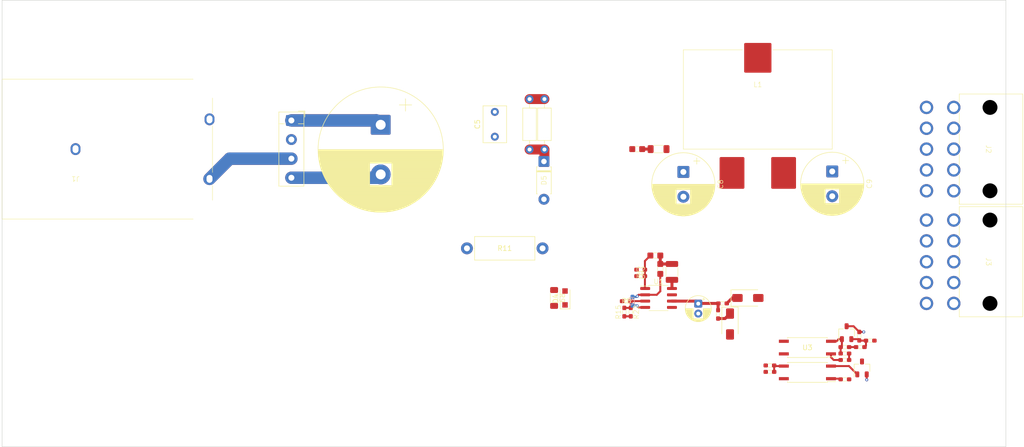
<source format=kicad_pcb>
(kicad_pcb (version 20211014) (generator pcbnew)
  (layers (0 "F.Cu" signal) (1 "In1.Cu" signal) (2 "In2.Cu" signal) (31 "B.Cu" signal) (34 "B.Paste" user) (35 "F.Paste" user) (36 "B.SilkS" user "B.Silkscreen") (37 "F.SilkS" user "F.Silkscreen") (38 "B.Mask" user) (39 "F.Mask" user) (44 "Edge.Cuts" user))
  (net 0 "")
  (net 1 "/PRIM+")
  (net 2 "/PRIM-")
  (net 3 "/24V supply/VCC")
  (net 4 "Net-(C5-Pad1)")
  (net 5 "Net-(C6-Pad1)")
  (net 6 "Net-(C7-Pad1)")
  (net 7 "Net-(C7-Pad2)")
  (net 8 "/24V supply/GND")
  (net 9 "/24V supply/24V")
  (net 10 "Net-(C10-Pad1)")
  (net 11 "Net-(C10-Pad2)")
  (net 12 "Net-(D2-Pad1)")
  (net 13 "/24V supply/AUX")
  (net 14 "Net-(D3-Pad1)")
  (net 15 "Net-(D4-Pad2)")
  (net 16 "Net-(D5-Pad2)")
  (net 17 "Net-(D6-Pad1)")
  (net 18 "/24V supply/PLIM")
  (net 19 "Net-(Q1-Pad2)")
  (net 20 "/24V supply/FB")
  (net 21 "Net-(R13-Pad2)")
  (net 22 "Net-(D7-Pad2)")
  (net 23 "Net-(R15-Pad1)")
  (net 24 "Net-(R16-Pad2)")
  (net 25 "Net-(R17-Pad2)")
  (net 27 "LINE")
  (net 28 "NEUT")
  (net 29 "/24V supply/LUVP")
  (net 30 "/24V supply/VSTR")
  (net 31 "/24V supply/OUT")
  (net 32 "0V")
  (net 33 "+24V")
  (net 34 "+12V")
  (footprint "rhais_rcl:R0603" (layer "F.Cu") (at 217.55 142.5 180)
    (fp_text reference "R16")
    (fp_text value "1k5" hide)
    (pad "1" smd roundrect (at -0.85 0 180) (size 0.9 0.8) (layers "F.Cu" "F.Paste" "F.Mask") (net 6 "Net-(C7-Pad1)"))
    (pad "2" smd roundrect (at 0.85 0 180) (size 0.9 0.8) (layers "F.Cu" "F.Paste" "F.Mask") (net 24 "Net-(R16-Pad2)"))
  )
  (footprint "Resistor_THT:R_Axial_DIN0207_L6.3mm_D2.5mm_P10.16mm_Horizontal" (layer "F.Cu") (at 157 89.92 -90)
    (fp_text reference "R21")
    (fp_text value "113k" hide)
    (pad "1" thru_hole circle (at 0 0 270) (size 1.6 1.6) (drill 0.8) (layers *.Cu *.Mask) (net 1 "/PRIM+"))
    (pad "2" thru_hole oval (at 10.16 0 270) (size 1.6 1.6) (drill 0.8) (layers *.Cu *.Mask) (net 4 "Net-(C5-Pad1)"))
  )
  (footprint "rhais_rcl:R0603" (layer "F.Cu") (at 192 133.3 -90)
    (fp_text reference "R6")
    (fp_text value "1k" hide)
    (pad "1" smd roundrect (at -0.85 0 270) (size 0.9 0.8) (layers "F.Cu" "F.Paste" "F.Mask") (net 3 "/24V supply/VCC"))
    (pad "2" smd roundrect (at 0.85 0 270) (size 0.9 0.8) (layers "F.Cu" "F.Paste" "F.Mask") (net 14 "Net-(D3-Pad1)"))
  )
  (footprint "rhais_rcl:R0603" (layer "F.Cu") (at 174.4 132.85 90)
    (fp_text reference "R22" (at 0 1.7 90) (layer "F.SilkS") (effects (font (thickness 0.1)) (justify bottom)))
    (fp_text value "12k" hide)
    (pad "1" smd roundrect (at -0.85 0 90) (size 0.9 0.8) (layers "F.Cu" "F.Paste" "F.Mask") (net 23 "Net-(R15-Pad1)"))
    (pad "2" smd roundrect (at 0.85 0 90) (size 0.9 0.8) (layers "F.Cu" "F.Paste" "F.Mask") (net 20 "/24V supply/FB"))
  )
  (footprint "rhais_rcl:R1206" (layer "F.Cu") (at 158.95 130 -90)
    (fp_text reference "R9" (at 0 -1.6 -90 unlocked) (layer "F.SilkS") (effects (font (thickness 0.1))))
    (fp_text value "150R" hide)
    (pad "1" smd roundrect (at -1.6 0 270) (size 1.2 1.6) (layers "F.Cu" "F.Paste" "F.Mask") (roundrect_rratio 0.208) (net 15 "Net-(D4-Pad2)"))
    (pad "2" smd roundrect (at 1.6 0 270) (size 1.2 1.6) (layers "F.Cu" "F.Paste" "F.Mask") (roundrect_rratio 0.208) (net 31 "/24V supply/OUT"))
  )
  (footprint "rhais_rcl:CP_Radial_D12.5mm_P5.00mm" (layer "F.Cu") (at 215 107 -90)
    (fp_text reference "C9" (at 0 -7.5 90) (layer "F.SilkS") (effects (font (thickness 0.1))))
    (fp_text value "1m" hide)
    (pad "1" thru_hole roundrect (at -2.5 0 270) (size 2.4 2.4) (drill 1.2) (layers *.Cu *.Mask) (roundrect_rratio 0.1041666667) (net 9 "/24V supply/24V"))
    (pad "2" thru_hole circle (at 2.5 0 270) (size 2.4 2.4) (drill 1.2) (layers *.Cu *.Mask) (net 8 "/24V supply/GND"))
  )
  (footprint "rhais_rcl:C0603" (layer "F.Cu") (at 176.4 124.3 180)
    (fp_text reference "C2" (at 0 -0.6) (layer "F.SilkS") (effects (font (thickness 0.1)) (justify bottom)))
    (fp_text value "100n" hide)
    (pad "1" smd roundrect (at -0.85 0 180) (size 0.9 0.8) (layers "F.Cu" "F.Paste" "F.Mask") (net 29 "/24V supply/LUVP"))
    (pad "2" smd roundrect (at 0.85 0 180) (size 0.9 0.8) (layers "F.Cu" "F.Paste" "F.Mask") (net 2 "/PRIM-"))
  )
  (footprint "Package_SO:SO-4_7.6x3.6mm_P2.54mm" (layer "F.Cu") (at 210 140 180)
    (fp_text reference "U3" (at 0 0) (layer "F.SilkS"))
    (fp_text value "VO617A-8X017T" hide)
    (pad "1" smd rect (at -4.75 -1.27 180) (size 2 0.64) (layers "F.Cu" "F.Paste" "F.Mask") (net 24 "Net-(R16-Pad2)"))
    (pad "2" smd rect (at -4.75 1.27 180) (size 2 0.64) (layers "F.Cu" "F.Paste" "F.Mask") (net 25 "Net-(R17-Pad2)"))
    (pad "3" smd rect (at 4.75 1.27 180) (size 2 0.64) (layers "F.Cu" "F.Paste" "F.Mask") (net 23 "Net-(R15-Pad1)"))
    (pad "4" smd rect (at 4.75 -1.27 180) (size 2 0.64) (layers "F.Cu" "F.Paste" "F.Mask") (net 3 "/24V supply/VCC"))
  )
  (footprint "rhais_rcl:R0603" (layer "F.Cu") (at 217.55 141.2 180)
    (fp_text reference "R17")
    (fp_text value "1k2" hide)
    (pad "1" smd roundrect (at -0.85 0 180) (size 0.9 0.8) (layers "F.Cu" "F.Paste" "F.Mask") (net 6 "Net-(C7-Pad1)"))
    (pad "2" smd roundrect (at 0.85 0 180) (size 0.9 0.8) (layers "F.Cu" "F.Paste" "F.Mask") (net 25 "Net-(R17-Pad2)"))
  )
  (footprint "rhais_rcl:CP_Radial_D12.5mm_P5.00mm" (layer "F.Cu") (at 185 107.1 -90)
    (fp_text reference "C8" (at 0 -7.5 90) (layer "F.SilkS") (effects (font (thickness 0.1))))
    (fp_text value "1m" hide)
    (pad "1" thru_hole roundrect (at -2.5 0 270) (size 2.4 2.4) (drill 1.2) (layers *.Cu *.Mask) (roundrect_rratio 0.1041666667) (net 6 "Net-(C7-Pad1)"))
    (pad "2" thru_hole circle (at 2.5 0 270) (size 2.4 2.4) (drill 1.2) (layers *.Cu *.Mask) (net 8 "/24V supply/GND"))
  )
  (footprint "rhais_rcl:CP_Radial_D5.0mm_P2.00mm" (layer "F.Cu") (at 188 132.15 -90)
    (fp_text reference "C3")
    (fp_text value "22u" hide)
    (pad "1" thru_hole roundrect (at -1 0 270) (size 1.6 1.6) (drill 0.8) (layers *.Cu *.Mask) (roundrect_rratio 0.15625) (net 3 "/24V supply/VCC"))
    (pad "2" thru_hole circle (at 1 0 270) (size 1.6 1.6) (drill 0.8) (layers *.Cu *.Mask) (net 2 "/PRIM-"))
  )
  (footprint "rhais_rcl:R0805" (layer "F.Cu") (at 180.35 124.15 -90)
    (fp_text reference "R1")
    (fp_text value "10M" hide)
    (pad "1" smd roundrect (at -1 0 270) (size 1.2 1.2) (layers "F.Cu" "F.Paste" "F.Mask") (roundrect_rratio 0.167) (net 1 "/PRIM+"))
    (pad "2" smd roundrect (at 1 0 270) (size 1.2 1.2) (layers "F.Cu" "F.Paste" "F.Mask") (roundrect_rratio 0.167) (net 18 "/24V supply/PLIM"))
  )
  (footprint "rhais_coilcraft:SER2915H" (layer "F.Cu") (at 200 90)
    (fp_text reference "L1" (at 0 -3 unlocked) (layer "F.SilkS") (effects (font (thickness 0.1))))
    (fp_text value "10u" hide)
    (pad "1" smd roundrect (at -5.2 14.8) (size 5 6.4) (layers "F.Cu" "F.Paste" "F.Mask") (roundrect_rratio 0.05) (net 6 "Net-(C7-Pad1)"))
    (pad "2" smd roundrect (at 5.2 14.8) (size 5 6.4) (layers "F.Cu" "F.Paste" "F.Mask") (roundrect_rratio 0.05) (net 9 "/24V supply/24V"))
    (pad "3" smd roundrect (at 0 -8.4) (size 5.5 6) (layers "F.Cu" "F.Paste" "F.Mask") (roundrect_rratio 0.04545454545))
  )
  (footprint "rhais_diode:D_DO-41_SOD81_P7.62mm_Horizontal" (layer "F.Cu") (at 156.9 106.3 -90)
    (fp_text reference "D5" (at 0 0 -90) (layer "F.SilkS") (effects (font (thickness 0.1))))
    (fp_text value "UF4007" hide)
    (pad "1" thru_hole roundrect (at -3.81 0 270) (size 2.2 2.2) (drill 1.1) (layers *.Cu *.Mask) (roundrect_rratio 0.1136363636) (net 4 "Net-(C5-Pad1)"))
    (pad "2" thru_hole oval (at 3.81 0 270) (size 2.2 2.2) (drill 1.1) (layers *.Cu *.Mask) (net 16 "Net-(D5-Pad2)"))
  )
  (footprint "Resistor_THT:R_Axial_DIN0414_L11.9mm_D4.5mm_P15.24mm_Horizontal" (layer "F.Cu") (at 156.62 120 180)
    (fp_text reference "R11" (at 7.62 0) (layer "F.SilkS"))
    (fp_text value "0R5" hide)
    (pad "1" thru_hole circle (at 0 0 180) (size 2.4 2.4) (drill 1.2) (layers *.Cu *.Mask) (net 19 "Net-(Q1-Pad2)"))
    (pad "2" thru_hole oval (at 15.24 0 180) (size 2.4 2.4) (drill 1.2) (layers *.Cu *.Mask) (net 2 "/PRIM-"))
  )
  (footprint "Capacitor_THT:C_Rect_L7.2mm_W4.5mm_P5.00mm_FKS2_FKP2_MKS2_MKP2" (layer "F.Cu") (at 147 97.5 90)
    (fp_text reference "C5" (at 2.5 -3.5 90) (layer "F.SilkS"))
    (fp_text value "10n" hide)
    (pad "1" thru_hole circle (at 0 0 90) (size 1.6 1.6) (drill 0.8) (layers *.Cu *.Mask) (net 4 "Net-(C5-Pad1)"))
    (pad "2" thru_hole circle (at 5 0 90) (size 1.6 1.6) (drill 0.8) (layers *.Cu *.Mask) (net 1 "/PRIM+"))
  )
  (footprint "rhais_rcl:R0603" (layer "F.Cu") (at 173.5 130.65)
    (fp_text reference "R8" (at 0 0.55) (layer "F.SilkS") (effects (font (thickness 0.1)) (justify bottom)))
    (fp_text value "1k" hide)
    (pad "1" smd roundrect (at -0.85 0) (size 0.9 0.8) (layers "F.Cu" "F.Paste" "F.Mask") (net 19 "Net-(Q1-Pad2)"))
    (pad "2" smd roundrect (at 0.85 0) (size 0.9 0.8) (layers "F.Cu" "F.Paste" "F.Mask") (net 20 "/24V supply/FB"))
  )
  (footprint "rhais_diode:Diode_Bridge_Vishay_KBPM" (layer "F.Cu") (at 106 100 -90)
    (fp_text reference "D1")
    (fp_text value "KBP406GTB" hide)
    (pad "1" thru_hole roundrect (at -5.775 0 270) (size 2.2 2.2) (drill 1.2) (layers *.Cu *.Mask) (roundrect_rratio 0.1136363636) (net 1 "/PRIM+"))
    (pad "2" thru_hole circle (at -1.925 0 270) (size 2.2 2.2) (drill 1.2) (layers *.Cu *.Mask) (net 27 "LINE"))
    (pad "3" thru_hole circle (at 1.925 0 270) (size 2.2 2.2) (drill 1.2) (layers *.Cu *.Mask) (net 28 "NEUT"))
    (pad "4" thru_hole circle (at 5.775 0 270) (size 2.2 2.2) (drill 1.2) (layers *.Cu *.Mask) (net 2 "/PRIM-"))
  )
  (footprint "rhais_rcl:C1206" (layer "F.Cu") (at 180 100 180)
    (fp_text reference "C7")
    (fp_text value "1n" hide)
    (pad "1" smd roundrect (at -1.6 0 180) (size 1.2 1.6) (layers "F.Cu" "F.Paste" "F.Mask") (roundrect_rratio 0.208) (net 6 "Net-(C7-Pad1)"))
    (pad "2" smd roundrect (at 1.6 0 180) (size 1.2 1.6) (layers "F.Cu" "F.Paste" "F.Mask") (roundrect_rratio 0.208) (net 7 "Net-(C7-Pad2)"))
  )
  (footprint "Resistor_THT:R_Axial_DIN0207_L6.3mm_D2.5mm_P10.16mm_Horizontal" (layer "F.Cu") (at 154 89.92 -90)
    (fp_text reference "R10")
    (fp_text value "113k" hide)
    (pad "1" thru_hole circle (at 0 0 270) (size 1.6 1.6) (drill 0.8) (layers *.Cu *.Mask) (net 1 "/PRIM+"))
    (pad "2" thru_hole oval (at 10.16 0 270) (size 1.6 1.6) (drill 0.8) (layers *.Cu *.Mask) (net 4 "Net-(C5-Pad1)"))
  )
  (footprint "rhais_rcl:R0805" (layer "F.Cu") (at 175.7 100 180)
    (fp_text reference "R14")
    (fp_text value "10R" hide)
    (pad "1" smd roundrect (at -1 0 180) (size 1.2 1.2) (layers "F.Cu" "F.Paste" "F.Mask") (roundrect_rratio 0.167) (net 7 "Net-(C7-Pad2)"))
    (pad "2" smd roundrect (at 1 0 180) (size 1.2 1.2) (layers "F.Cu" "F.Paste" "F.Mask") (roundrect_rratio 0.167) (net 22 "Net-(D7-Pad2)"))
  )
  (footprint "rhais_rcl:C0603" (layer "F.Cu") (at 202.45 143.6 180)
    (fp_text reference "C6")
    (fp_text value "10n" hide)
    (pad "1" smd roundrect (at -0.85 0 180) (size 0.9 0.8) (layers "F.Cu" "F.Paste" "F.Mask") (net 5 "Net-(C6-Pad1)"))
    (pad "2" smd roundrect (at 0.85 0 180) (size 0.9 0.8) (layers "F.Cu" "F.Paste" "F.Mask") (net 2 "/PRIM-"))
  )
  (footprint "rhais_rcl:R0603" (layer "F.Cu") (at 220.45 137.7 90)
    (fp_text reference "R20")
    (fp_text value "6k98" hide)
    (pad "1" smd roundrect (at -0.85 0 90) (size 0.9 0.8) (layers "F.Cu" "F.Paste" "F.Mask") (net 10 "Net-(C10-Pad1)"))
    (pad "2" smd roundrect (at 0.85 0 90) (size 0.9 0.8) (layers "F.Cu" "F.Paste" "F.Mask") (net 8 "/24V supply/GND"))
  )
  (footprint "Diode_SMD:D_SOD-123F" (layer "F.Cu") (at 161.15 130 90)
    (fp_text reference "D4" (at -0.127 -1.905 90) (layer "F.SilkS"))
    (fp_text value "RB162MM-40" hide)
    (pad "1" smd rect (at -1.4 0 90) (size 1.1 1.1) (layers "F.Cu" "F.Paste" "F.Mask") (net 31 "/24V supply/OUT"))
    (pad "2" smd rect (at 1.4 0 90) (size 1.1 1.1) (layers "F.Cu" "F.Paste" "F.Mask") (net 15 "Net-(D4-Pad2)"))
  )
  (footprint "rhais_connector-molex:39-30-1101" (layer "F.Cu") (at 239.5 122.7 -90)
    (fp_text reference "J3" (at 0 -7 -90 unlocked) (layer "F.SilkS") (effects (font (thickness 0.1))))
    (fp_text value "Output B")
    (pad "" np_thru_hole circle (at 8.4 -7.3 270) (size 3 3) (drill 3) (layers *.Mask))
    (pad "" np_thru_hole circle (at -8.4 -7.3 270) (size 3 3) (drill 3) (layers *.Mask))
    (pad "1" thru_hole circle (at -8.4 0 270) (size 2.7 2.7) (drill 1.8) (layers *.Cu *.Mask) (net 32 "0V"))
    (pad "2" thru_hole circle (at -4.2 0 270) (size 2.7 2.7) (drill 1.8) (layers *.Cu *.Mask) (net 32 "0V"))
    (pad "3" thru_hole circle (at 0 0 270) (size 2.7 2.7) (drill 1.8) (layers *.Cu *.Mask) (net 32 "0V"))
    (pad "4" thru_hole circle (at 4.2 0 270) (size 2.7 2.7) (drill 1.8) (layers *.Cu *.Mask) (net 32 "0V"))
    (pad "5" thru_hole circle (at 8.4 0 270) (size 2.7 2.7) (drill 1.8) (layers *.Cu *.Mask) (net 32 "0V"))
    (pad "6" thru_hole circle (at -8.4 5.5 270) (size 2.7 2.7) (drill 1.8) (layers *.Cu *.Mask) (net 33 "+24V"))
    (pad "7" thru_hole circle (at -4.2 5.5 270) (size 2.7 2.7) (drill 1.8) (layers *.Cu *.Mask) (net 33 "+24V"))
    (pad "8" thru_hole circle (at 0 5.5 270) (size 2.7 2.7) (drill 1.8) (layers *.Cu *.Mask) (net 33 "+24V"))
    (pad "9" thru_hole circle (at 4.2 5.5 270) (size 2.7 2.7) (drill 1.8) (layers *.Cu *.Mask) (net 33 "+24V"))
    (pad "10" thru_hole circle (at 8.4 5.5 270) (size 2.7 2.7) (drill 1.8) (layers *.Cu *.Mask) (net 34 "+12V"))
  )
  (footprint "rhais_rcl:R0805" (layer "F.Cu") (at 179.35 121.45 180)
    (fp_text reference "R4")
    (fp_text value "10M" hide)
    (pad "1" smd roundrect (at -1 0 180) (size 1.2 1.2) (layers "F.Cu" "F.Paste" "F.Mask") (roundrect_rratio 0.167) (net 1 "/PRIM+"))
    (pad "2" smd roundrect (at 1 0 180) (size 1.2 1.2) (layers "F.Cu" "F.Paste" "F.Mask") (roundrect_rratio 0.167) (net 29 "/24V supply/LUVP"))
  )
  (footprint "rhais_diode:D_SMA" (layer "F.Cu") (at 194.4 135.25 -90)
    (fp_text reference "D3")
    (fp_text value "1SMA4744" hide)
    (pad "1" smd roundrect (at -2.1 0 270) (size 2.1 1.6) (layers "F.Cu" "F.Paste" "F.Mask") (roundrect_rratio 0.15625) (net 14 "Net-(D3-Pad1)"))
    (pad "2" smd roundrect (at 2.1 0 270) (size 2.1 1.6) (layers "F.Cu" "F.Paste" "F.Mask") (roundrect_rratio 0.15625) (net 2 "/PRIM-"))
  )
  (footprint "Package_SO:SO-4_7.6x3.6mm_P2.54mm" (layer "F.Cu") (at 210 145 180)
    (fp_text reference "U2")
    (fp_text value "VO617A-8X017T" hide)
    (pad "1" smd rect (at -4.75 -1.27 180) (size 2 0.64) (layers "F.Cu" "F.Paste" "F.Mask") (net 21 "Net-(R13-Pad2)"))
    (pad "2" smd rect (at -4.75 1.27 180) (size 2 0.64) (layers "F.Cu" "F.Paste" "F.Mask") (net 17 "Net-(D6-Pad1)"))
    (pad "3" smd rect (at 4.75 1.27 180) (size 2 0.64) (layers "F.Cu" "F.Paste" "F.Mask") (net 5 "Net-(C6-Pad1)"))
    (pad "4" smd rect (at 4.75 -1.27 180) (size 2 0.64) (layers "F.Cu" "F.Paste" "F.Mask") (net 3 "/24V supply/VCC"))
  )
  (footprint "rhais_rcl:R0603" (layer "F.Cu") (at 217.55 146.4 180)
    (fp_text reference "R13")
    (fp_text value "10k" hide)
    (pad "1" smd roundrect (at -0.85 0 180) (size 0.9 0.8) (layers "F.Cu" "F.Paste" "F.Mask") (net 9 "/24V supply/24V"))
    (pad "2" smd roundrect (at 0.85 0 180) (size 0.9 0.8) (layers "F.Cu" "F.Paste" "F.Mask") (net 21 "Net-(R13-Pad2)"))
  )
  (footprint "rhais_rcl:R1210" (layer "F.Cu") (at 182.7 124.75 -90)
    (fp_text reference "R7")
    (fp_text value "50k" hide)
    (pad "1" smd roundrect (at -1.6 0 270) (size 1.2 2.5) (layers "F.Cu" "F.Paste" "F.Mask") (roundrect_rratio 0.2083333333) (net 1 "/PRIM+"))
    (pad "2" smd roundrect (at 1.6 0 270) (size 1.2 2.5) (layers "F.Cu" "F.Paste" "F.Mask") (roundrect_rratio 0.2083333333) (net 30 "/24V supply/VSTR"))
  )
  (footprint "rhais_package-smd:SOT-23" (layer "F.Cu") (at 217.9 137 90)
    (fp_text reference "U4")
    (fp_text value "AS431BNTR-G1" hide)
    (pad "1" smd roundrect locked (at -1.3 -0.95) (size 0.8 1.2) (layers "F.Cu" "F.Paste" "F.Mask") (net 25 "Net-(R17-Pad2)"))
    (pad "2" smd roundrect locked (at -1.3 0.95) (size 0.8 1.2) (layers "F.Cu" "F.Paste" "F.Mask") (net 10 "Net-(C10-Pad1)"))
    (pad "3" smd roundrect locked (at 1.3 0) (size 0.8 1.2) (layers "F.Cu" "F.Paste" "F.Mask") (net 8 "/24V supply/GND"))
  )
  (footprint "rhais_rcl:CP_Radial_D25.0mm_P10.00mm_SnapIn" (layer "F.Cu") (at 124 100.1 -90)
    (fp_text reference "C1")
    (fp_text value "470uF @ 450V" hide)
    (pad "1" thru_hole roundrect (at -5 0 270) (size 4 4) (drill 2) (layers *.Cu *.Mask) (roundrect_rratio 0.0625) (net 1 "/PRIM+"))
    (pad "2" thru_hole circle (at 5 0 270) (size 4 4) (drill 2) (layers *.Cu *.Mask) (net 2 "/PRIM-"))
  )
  (footprint "rhais_rcl:R0603" (layer "F.Cu") (at 217.55 139.9 180)
    (fp_text reference "R18")
    (fp_text value "20k" hide)
    (pad "1" smd roundrect (at -0.85 0 180) (size 0.9 0.8) (layers "F.Cu" "F.Paste" "F.Mask") (net 11 "Net-(C10-Pad2)"))
    (pad "2" smd roundrect (at 0.85 0 180) (size 0.9 0.8) (layers "F.Cu" "F.Paste" "F.Mask") (net 25 "Net-(R17-Pad2)"))
  )
  (footprint "rhais_rcl:R0603" (layer "F.Cu") (at 173.1 132.85 90)
    (fp_text reference "R15" (at 0 -0.6 90) (layer "F.SilkS") (effects (font (thickness 0.1)) (justify bottom)))
    (fp_text value "12k" hide)
    (pad "1" smd roundrect (at -0.85 0 90) (size 0.9 0.8) (layers "F.Cu" "F.Paste" "F.Mask") (net 23 "Net-(R15-Pad1)"))
    (pad "2" smd roundrect (at 0.85 0 90) (size 0.9 0.8) (layers "F.Cu" "F.Paste" "F.Mask") (net 20 "/24V supply/FB"))
  )
  (footprint "rhais_rcl:R0603" (layer "F.Cu") (at 222.65 138.6 180)
    (fp_text reference "R19")
    (fp_text value "60k4" hide)
    (pad "1" smd roundrect (at -0.85 0 180) (size 0.9 0.8) (layers "F.Cu" "F.Paste" "F.Mask") (net 9 "/24V supply/24V"))
    (pad "2" smd roundrect (at 0.85 0 180) (size 0.9 0.8) (layers "F.Cu" "F.Paste" "F.Mask") (net 10 "Net-(C10-Pad1)"))
  )
  (footprint "rhais_rcl:R0603" (layer "F.Cu") (at 192.9 131.1)
    (fp_text reference "R3")
    (fp_text value "0R" hide)
    (pad "1" smd roundrect (at -0.85 0) (size 0.9 0.8) (layers "F.Cu" "F.Paste" "F.Mask") (net 3 "/24V supply/VCC"))
    (pad "2" smd roundrect (at 0.85 0) (size 0.9 0.8) (layers "F.Cu" "F.Paste" "F.Mask") (net 12 "Net-(D2-Pad1)"))
  )
  (footprint "rhais_rcl:R0603" (layer "F.Cu") (at 176.4 125.6 180)
    (fp_text reference "R5" (at 0 -0.6) (layer "F.SilkS") (effects (font (thickness 0.1)) (justify bottom)))
    (fp_text value "180k" hide)
    (pad "1" smd roundrect (at -0.85 0 180) (size 0.9 0.8) (layers "F.Cu" "F.Paste" "F.Mask") (net 29 "/24V supply/LUVP"))
    (pad "2" smd roundrect (at 0.85 0 180) (size 0.9 0.8) (layers "F.Cu" "F.Paste" "F.Mask") (net 2 "/PRIM-"))
  )
  (footprint "rhais_package-smd:SO-8_3.9x4.9mm_P1.27mm" (layer "F.Cu") (at 180 130)
    (fp_text reference "U1" (at 0 -3.3) (layer "F.SilkS") (effects (font (thickness 0.1))))
    (fp_text value "FAN7602C" hide)
    (pad "1" smd roundrect (at -2.7 -1.905) (size 2 0.6) (layers "F.Cu" "F.Paste" "F.Mask") (net 29 "/24V supply/LUVP"))
    (pad "2" smd roundrect (at -2.7 -0.635) (size 2 0.6) (layers "F.Cu" "F.Paste" "F.Mask") (net 18 "/24V supply/PLIM"))
    (pad "3" smd roundrect (at -2.7 0.635) (size 2 0.6) (layers "F.Cu" "F.Paste" "F.Mask") (net 20 "/24V supply/FB"))
    (pad "4" smd roundrect (at -2.7 1.905) (size 2 0.6) (layers "F.Cu" "F.Paste" "F.Mask") (net 2 "/PRIM-"))
    (pad "5" smd roundrect (at 2.7 1.905) (size 2 0.6) (layers "F.Cu" "F.Paste" "F.Mask") (net 31 "/24V supply/OUT"))
    (pad "6" smd roundrect (at 2.7 0.635) (size 2 0.6) (layers "F.Cu" "F.Paste" "F.Mask") (net 3 "/24V supply/VCC"))
    (pad "7" smd roundrect (at 2.7 -0.635) (size 2 0.6) (layers "F.Cu" "F.Paste" "F.Mask"))
    (pad "8" smd roundrect (at 2.7 -1.905) (size 2 0.6) (layers "F.Cu" "F.Paste" "F.Mask") (net 30 "/24V supply/VSTR"))
  )
  (footprint "rhais_connector-iec:Schuter-5120.5073.0" (layer "F.Cu") (at 62.5 100 180)
    (fp_text reference "J1" (at 0 -6 180 unlocked) (layer "F.SilkS") (effects (font (thickness 0.1))))
    (fp_text value "IEC 320-C14" hide)
    (pad "" np_thru_hole circle (at -26.9 13.5 180) (size 6 6) (drill 6) (layers F&B.Cu *.Mask))
    (pad "" np_thru_hole circle (at -26.9 -13.5 180) (size 6 6) (drill 6) (layers F&B.Cu *.Mask))
    (pad "L" thru_hole oval (at -27 6 180) (size 2 2.4) (drill oval 1.2 1.6) (layers *.Cu *.Mask) (net 27 "LINE"))
    (pad "N" thru_hole oval (at -27 -6 180) (size 2 2.4) (drill oval 1.2 1.6) (layers *.Cu *.Mask) (net 28 "NEUT"))
    (pad "PE" thru_hole oval (at 0 0 180) (size 2 2.4) (drill oval 1.2 1.6) (layers *.Cu *.Mask))
  )
  (footprint "rhais_rcl:C0603" (layer "F.Cu") (at 220.65 139.9 180)
    (fp_text reference "C10")
    (fp_text value "1n" hide)
    (pad "1" smd roundrect (at -0.85 0 180) (size 0.9 0.8) (layers "F.Cu" "F.Paste" "F.Mask") (net 10 "Net-(C10-Pad1)"))
    (pad "2" smd roundrect (at 0.85 0 180) (size 0.9 0.8) (layers "F.Cu" "F.Paste" "F.Mask") (net 11 "Net-(C10-Pad2)"))
  )
  (footprint "rhais_package-smd:SOT-23" (layer "F.Cu") (at 221 144.1 90)
    (fp_text reference "D6")
    (fp_text value "MMBZ5253BLT1G" hide)
    (pad "1" smd roundrect locked (at -1.3 -0.95) (size 0.8 1.2) (layers "F.Cu" "F.Paste" "F.Mask") (net 17 "Net-(D6-Pad1)"))
    (pad "2" smd roundrect locked (at -1.3 0.95) (size 0.8 1.2) (layers "F.Cu" "F.Paste" "F.Mask") (net 8 "/24V supply/GND"))
    (pad "3" smd roundrect locked (at 1.3 0) (size 0.8 1.2) (layers "F.Cu" "F.Paste" "F.Mask"))
  )
  (footprint "rhais_rcl:R0603" (layer "F.Cu") (at 202.45 144.9)
    (fp_text reference "R12")
    (fp_text value "10k" hide)
    (pad "1" smd roundrect (at -0.85 0) (size 0.9 0.8) (layers "F.Cu" "F.Paste" "F.Mask") (net 18 "/24V supply/PLIM"))
    (pad "2" smd roundrect (at 0.85 0) (size 0.9 0.8) (layers "F.Cu" "F.Paste" "F.Mask") (net 5 "Net-(C6-Pad1)"))
  )
  (footprint "rhais_diode:D_SMA" (layer "F.Cu") (at 198 130)
    (fp_text reference "D2")
    (fp_text value "US1M-E3/5AT" hide)
    (pad "1" smd roundrect (at -2.1 0) (size 2.1 1.6) (layers "F.Cu" "F.Paste" "F.Mask") (roundrect_rratio 0.15625) (net 12 "Net-(D2-Pad1)"))
    (pad "2" smd roundrect (at 2.1 0) (size 2.1 1.6) (layers "F.Cu" "F.Paste" "F.Mask") (roundrect_rratio 0.15625) (net 13 "/24V supply/AUX"))
  )
  (footprint "rhais_connector-molex:39-30-1101" (layer "F.Cu") (at 239.5 100 -90)
    (fp_text reference "J2" (at 0 -7 -90 unlocked) (layer "F.SilkS") (effects (font (thickness 0.1))))
    (fp_text value "Output A")
    (pad "" np_thru_hole circle (at -8.4 -7.3 270) (size 3 3) (drill 3) (layers *.Mask))
    (pad "" np_thru_hole circle (at 8.4 -7.3 270) (size 3 3) (drill 3) (layers *.Mask))
    (pad "1" thru_hole circle (at -8.4 0 270) (size 2.7 2.7) (drill 1.8) (layers *.Cu *.Mask) (net 32 "0V"))
    (pad "2" thru_hole circle (at -4.2 0 270) (size 2.7 2.7) (drill 1.8) (layers *.Cu *.Mask) (net 32 "0V"))
    (pad "3" thru_hole circle (at 0 0 270) (size 2.7 2.7) (drill 1.8) (layers *.Cu *.Mask) (net 32 "0V"))
    (pad "4" thru_hole circle (at 4.2 0 270) (size 2.7 2.7) (drill 1.8) (layers *.Cu *.Mask) (net 32 "0V"))
    (pad "5" thru_hole circle (at 8.4 0 270) (size 2.7 2.7) (drill 1.8) (layers *.Cu *.Mask) (net 32 "0V"))
    (pad "6" thru_hole circle (at -8.4 5.5 270) (size 2.7 2.7) (drill 1.8) (layers *.Cu *.Mask) (net 33 "+24V"))
    (pad "7" thru_hole circle (at -4.2 5.5 270) (size 2.7 2.7) (drill 1.8) (layers *.Cu *.Mask) (net 33 "+24V"))
    (pad "8" thru_hole circle (at 0 5.5 270) (size 2.7 2.7) (drill 1.8) (layers *.Cu *.Mask) (net 33 "+24V"))
    (pad "9" thru_hole circle (at 4.2 5.5 270) (size 2.7 2.7) (drill 1.8) (layers *.Cu *.Mask) (net 33 "+24V"))
    (pad "10" thru_hole circle (at 8.4 5.5 270) (size 2.7 2.7) (drill 1.8) (layers *.Cu *.Mask) (net 34 "+12V"))
  )
  (footprint "rhais_rcl:R0603" (layer "B.Cu") (at 174.75 130.65 -90)
    (fp_text reference "R2" (at 0 -0.55 90) (layer "B.SilkS") (effects (font (thickness 0.1)) (justify bottom mirror)))
    (fp_text value "56k" hide)
    (pad "1" smd roundrect (at -0.85 0 270) (size 0.9 0.8) (layers "B.Cu" "B.Paste" "B.Mask") (net 18 "/24V supply/PLIM"))
    (pad "2" smd roundrect (at 0.85 0 270) (size 0.9 0.8) (layers "B.Cu" "B.Paste" "B.Mask") (net 2 "/PRIM-"))
  )
  (gr_rect (start 47.7 70) (end 250 160) (layer "Edge.Cuts") (width 0.1) (fill none))
  (segment (start 123.125 94.225) (end 124 95.1) (width 2.5) (layer "F.Cu") (net 1))
  (segment (start 180.35 121.45) (end 180.35 123.15) (width 0.6) (layer "F.Cu") (net 1))
  (segment (start 157 89.92) (end 154 89.92) (width 2) (layer "F.Cu") (net 1))
  (segment (start 182.7 123.15) (end 180.35 123.15) (width 0.6) (layer "F.Cu") (net 1))
  (segment (start 106 94.225) (end 123.125 94.225) (width 2.5) (layer "F.Cu") (net 1))
  (segment (start 106 94.225) (end 123.125 94.225) (width 2.5) (layer "B.Cu") (net 1))
  (segment (start 123.125 94.225) (end 124 95.1) (width 2.5) (layer "B.Cu") (net 1))
  (segment (start 123.325 105.775) (end 124 105.1) (width 2.5) (layer "F.Cu") (net 2))
  (segment (start 106 105.775) (end 123.325 105.775) (width 2.5) (layer "F.Cu") (net 2))
  (segment (start 177.3 131.905) (end 176.005 131.905) (width 0.4) (layer "F.Cu") (net 2))
  (segment (start 176.005 131.905) (end 175.7 131.6) (width 0.4) (layer "F.Cu") (net 2))
  (via (at 175.7 131.6) (size 0.6) (drill 0.3) (layers "F.Cu" "B.Cu") (net 2))
  (segment (start 106 105.775) (end 123.325 105.775) (width 2.5) (layer "B.Cu") (net 2))
  (segment (start 123.325 105.775) (end 124 105.1) (width 2.5) (layer "B.Cu") (net 2))
  (segment (start 175.7 131.6) (end 175.6 131.5) (width 0.4) (layer "B.Cu") (net 2))
  (segment (start 175.6 131.5) (end 174.75 131.5) (width 0.4) (layer "B.Cu") (net 2))
  (segment (start 192.05 131.1) (end 188.05 131.1) (width 0.6) (layer "F.Cu") (net 3))
  (segment (start 192 132.45) (end 192 131.15) (width 0.6) (layer "F.Cu") (net 3))
  (segment (start 182.7 130.635) (end 187.485 130.635) (width 0.6) (layer "F.Cu") (net 3))
  (segment (start 187.485 130.635) (end 188 131.15) (width 0.6) (layer "F.Cu") (net 3))
  (segment (start 192 131.15) (end 192.05 131.1) (width 0.6) (layer "F.Cu") (net 3))
  (segment (start 188.05 131.1) (end 188 131.15) (width 0.6) (layer "F.Cu") (net 3))
  (segment (start 157 100.08) (end 154 100.08) (width 2) (layer "F.Cu") (net 4))
  (segment (start 157 100.08) (end 157 102.39) (width 2) (layer "F.Cu") (net 4))
  (segment (start 157 102.39) (end 156.9 102.49) (width 2) (layer "F.Cu") (net 4))
  (segment (start 205.25 143.73) (end 203.43 143.73) (width 0.4) (layer "F.Cu") (net 5))
  (segment (start 203.3 143.6) (end 203.3 144.9) (width 0.4) (layer "F.Cu") (net 5))
  (segment (start 203.43 143.73) (end 203.3 143.6) (width 0.4) (layer "F.Cu") (net 5))
  (segment (start 218.4 141.2) (end 218.4 142.5) (width 0.4) (layer "F.Cu") (net 6))
  (segment (start 178.4 100) (end 176.7 100) (width 0.6) (layer "F.Cu") (net 7))
  (segment (start 219.3 135.7) (end 220.45 136.85) (width 0.4) (layer "F.Cu") (net 8))
  (segment (start 220.45 136.85) (end 221.35 136.85) (width 0.4) (layer "F.Cu") (net 8))
  (segment (start 221.95 145.4) (end 221.95 146.5) (width 0.4) (layer "F.Cu") (net 8))
  (segment (start 217.9 135.7) (end 219.3 135.7) (width 0.4) (layer "F.Cu") (net 8))
  (via (at 221.35 136.85) (size 0.6) (drill 0.3) (layers "F.Cu" "B.Cu") (net 8))
  (via (at 221.95 146.5) (size 0.6) (drill 0.3) (layers "F.Cu" "B.Cu") (net 8))
  (segment (start 221.8 138.6) (end 221.8 139.6) (width 0.4) (layer "F.Cu") (net 10))
  (segment (start 221.8 138.6) (end 220.5 138.6) (width 0.4) (layer "F.Cu") (net 10))
  (segment (start 220.2 138.3) (end 220.45 138.55) (width 0.4) (layer "F.Cu") (net 10))
  (segment (start 220.5 138.6) (end 220.45 138.55) (width 0.4) (layer "F.Cu") (net 10))
  (segment (start 221.8 139.6) (end 221.5 139.9) (width 0.4) (layer "F.Cu") (net 10))
  (segment (start 218.85 138.3) (end 220.2 138.3) (width 0.4) (layer "F.Cu") (net 10))
  (segment (start 218.4 139.9) (end 219.8 139.9) (width 0.4) (layer "F.Cu") (net 11))
  (segment (start 194.85 130) (end 193.75 131.1) (width 0.6) (layer "F.Cu") (net 12))
  (segment (start 195.9 130) (end 194.85 130) (width 0.6) (layer "F.Cu") (net 12))
  (segment (start 193.4 134.15) (end 194.4 133.15) (width 0.6) (layer "F.Cu") (net 14))
  (segment (start 192 134.15) (end 193.4 134.15) (width 0.6) (layer "F.Cu") (net 14))
  (segment (start 214.75 143.73) (end 218.38 143.73) (width 0.4) (layer "F.Cu") (net 17))
  (segment (start 218.38 143.73) (end 220.05 145.4) (width 0.4) (layer "F.Cu") (net 17))
  (segment (start 177.3 129.365) (end 175.985 129.365) (width 0.4) (layer "F.Cu") (net 18))
  (segment (start 175.985 129.365) (end 175.7 129.65) (width 0.4) (layer "F.Cu") (net 18))
  (segment (start 180.35 128.65) (end 179.635 129.365) (width 0.4) (layer "F.Cu") (net 18))
  (segment (start 177.3 129.365) (end 179.635 129.365) (width 0.4) (layer "F.Cu") (net 18))
  (segment (start 180.35 125.15) (end 180.35 128.65) (width 0.4) (layer "F.Cu") (net 18))
  (via (at 175.7 129.65) (size 0.6) (drill 0.3) (layers "F.Cu" "B.Cu") (net 18))
  (segment (start 175.55 129.8) (end 174.75 129.8) (width 0.4) (layer "B.Cu") (net 18))
  (segment (start 175.7 129.65) (end 175.55 129.8) (width 0.4) (layer "B.Cu") (net 18))
  (segment (start 174.4 130.7) (end 174.35 130.65) (width 0.4) (layer "F.Cu") (net 20))
  (segment (start 177.3 130.635) (end 174.365 130.635) (width 0.4) (layer "F.Cu") (net 20))
  (segment (start 174.365 130.635) (end 174.35 130.65) (width 0.4) (layer "F.Cu") (net 20))
  (segment (start 174.4 132) (end 174.4 130.7) (width 0.4) (layer "F.Cu") (net 20))
  (segment (start 173.1 132) (end 174.4 132) (width 0.4) (layer "F.Cu") (net 20))
  (segment (start 216.57 146.27) (end 216.7 146.4) (width 0.4) (layer "F.Cu") (net 21))
  (segment (start 214.75 146.27) (end 216.57 146.27) (width 0.4) (layer "F.Cu") (net 21))
  (segment (start 173.1 133.7) (end 174.4 133.7) (width 0.4) (layer "F.Cu") (net 23))
  (segment (start 214.75 141.95) (end 215.3 142.5) (width 0.4) (layer "F.Cu") (net 24))
  (segment (start 214.75 141.27) (end 214.75 141.95) (width 0.4) (layer "F.Cu") (net 24))
  (segment (start 215.3 142.5) (end 216.7 142.5) (width 0.4) (layer "F.Cu") (net 24))
  (segment (start 216.7 139.9) (end 216.7 141.2) (width 0.4) (layer "F.Cu") (net 25))
  (segment (start 216.95 138.3) (end 216.95 139.65) (width 0.4) (layer "F.Cu") (net 25))
  (segment (start 214.75 138.73) (end 215.87 138.73) (width 0.4) (layer "F.Cu") (net 25))
  (segment (start 216.3 138.3) (end 216.95 138.3) (width 0.4) (layer "F.Cu") (net 25))
  (segment (start 216.95 139.65) (end 216.7 139.9) (width 0.4) (layer "F.Cu") (net 25))
  (segment (start 215.87 138.73) (end 216.3 138.3) (width 0.4) (layer "F.Cu") (net 25))
  (segment (start 89.5 106) (end 93.575 101.925) (width 2.5) (layer "F.Cu") (net 28))
  (segment (start 93.575 101.925) (end 106 101.925) (width 2.5) (layer "F.Cu") (net 28))
  (segment (start 93.575 101.925) (end 106 101.925) (width 2.5) (layer "B.Cu") (net 28))
  (segment (start 89.5 106) (end 93.575 101.925) (width 2.5) (layer "B.Cu") (net 28))
  (segment (start 178.35 121.45) (end 177.25 122.55) (width 0.4) (layer "F.Cu") (net 29))
  (segment (start 177.25 128.045) (end 177.25 125.6) (width 0.4) (layer "F.Cu") (net 29))
  (segment (start 177.25 124.3) (end 177.25 125.6) (width 0.4) (layer "F.Cu") (net 29))
  (segment (start 177.25 122.55) (end 177.25 124.3) (width 0.4) (layer "F.Cu") (net 29))
  (segment (start 177.3 128.095) (end 177.25 128.045) (width 0.4) (layer "F.Cu") (net 29))
  (segment (start 182.7 126.3625) (end 182.7 128.095) (width 0.6) (layer "F.Cu") (net 30))
)
</source>
